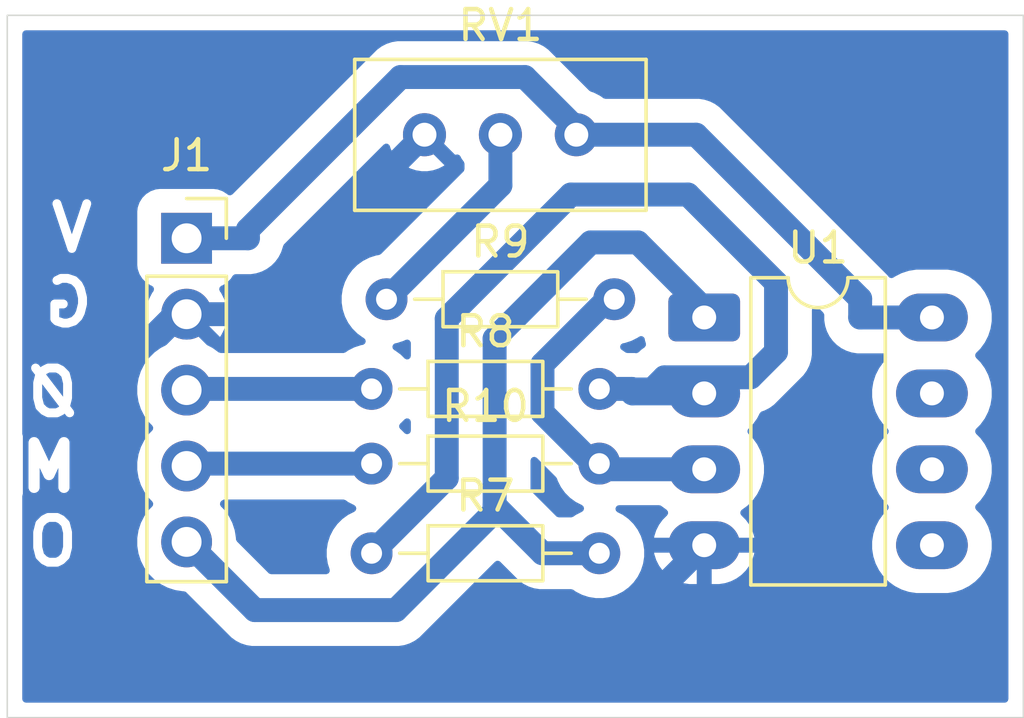
<source format=kicad_pcb>
(kicad_pcb (version 20241229) (generator "pcbnew") (generator_version "9.0")
  (layers (0 "F.Cu" signal) (2 "B.Cu" signal) (13 "F.Paste" user) (15 "B.Paste" user) (5 "F.SilkS" user "F.Silkscreen") (7 "B.SilkS" user "B.Silkscreen") (1 "F.Mask" user) (3 "B.Mask" user) (25 "Edge.Cuts" user))
  (net 0 "")
  (net 1 "VCC")
  (net 2 "/LM35")
  (net 3 "GND")
  (net 4 "/Vo")
  (net 5 "/sp")
  (net 6 "Net-(U1A--)")
  (net 7 "Net-(U1A-+)")
  (net 8 "Net-(R9-Pad1)")
  (footprint "Resistor_THT:R_Axial_DIN0204_L3.6mm_D1.6mm_P7.62mm_Horizontal" (layer "F.Cu") (at 128.69 88)
    (property "Reference" "R9" (at 3.81 -1.92 0) (layer "F.SilkS"))
    (property "Value" "31k25")
    (fp_line (start 0.94 0) (end 1.89 0) (stroke (width 0.12)) (layer "F.SilkS"))
    (fp_line (start 6.68 0) (end 5.73 0) (stroke (width 0.12)) (layer "F.SilkS"))
    (fp_rect (start 1.89 -0.92) (end 5.73 0.92) (stroke (width 0.12)) (fill no) (layer "F.SilkS"))
    (pad "1" thru_hole circle (at 0 0) (size 1.4 1.4) (drill 0.7) (layers "*.Cu" "*.Mask") (net 8 "Net-(R9-Pad1)"))
    (pad "2" thru_hole circle (at 7.62 0) (size 1.4 1.4) (drill 0.7) (layers "*.Cu" "*.Mask") (net 7 "Net-(U1A-+)"))
  )
  (footprint "Connector_PinSocket_2.54mm:PinSocket_1x05_P2.54mm_Vertical" (layer "F.Cu") (at 122 85.96)
    (property "Reference" "J1" (at 0 -2.77 0) (layer "F.SilkS"))
    (property "Value" "Conn_01x05_Pin")
    (fp_line (start -1.33 1.27) (end -1.33 11.49) (stroke (width 0.12)) (layer "F.SilkS"))
    (fp_line (start -1.33 1.27) (end 1.33 1.27) (stroke (width 0.12)) (layer "F.SilkS"))
    (fp_line (start -1.33 11.49) (end 1.33 11.49) (stroke (width 0.12)) (layer "F.SilkS"))
    (fp_line (start 0 -1.33) (end 1.33 -1.33) (stroke (width 0.12)) (layer "F.SilkS"))
    (fp_line (start 1.33 -1.33) (end 1.33 0) (stroke (width 0.12)) (layer "F.SilkS"))
    (fp_line (start 1.33 1.27) (end 1.33 11.49) (stroke (width 0.12)) (layer "F.SilkS"))
    (pad "1" thru_hole rect (at 0 0) (size 1.7 1.7) (drill 1) (layers "*.Cu" "*.Mask") (net 1 "VCC"))
    (pad "2" thru_hole circle (at 0 2.54) (size 1.7 1.7) (drill 1) (layers "*.Cu" "*.Mask") (net 3 "GND"))
    (pad "3" thru_hole circle (at 0 5.08) (size 1.7 1.7) (drill 1) (layers "*.Cu" "*.Mask") (net 5 "/sp"))
    (pad "4" thru_hole circle (at 0 7.62) (size 1.7 1.7) (drill 1) (layers "*.Cu" "*.Mask") (net 2 "/LM35"))
    (pad "5" thru_hole circle (at 0 10.16) (size 1.7 1.7) (drill 1) (layers "*.Cu" "*.Mask") (net 4 "/Vo"))
  )
  (footprint "Resistor_THT:R_Axial_DIN0204_L3.6mm_D1.6mm_P7.62mm_Horizontal" (layer "F.Cu") (at 128.19 91)
    (property "Reference" "R8" (at 3.81 -1.92 0) (layer "F.SilkS"))
    (property "Value" "1k")
    (fp_line (start 0.94 0) (end 1.89 0) (stroke (width 0.12)) (layer "F.SilkS"))
    (fp_line (start 6.68 0) (end 5.73 0) (stroke (width 0.12)) (layer "F.SilkS"))
    (fp_rect (start 1.89 -0.92) (end 5.73 0.92) (stroke (width 0.12)) (fill no) (layer "F.SilkS"))
    (pad "1" thru_hole circle (at 0 0) (size 1.4 1.4) (drill 0.7) (layers "*.Cu" "*.Mask") (net 5 "/sp"))
    (pad "2" thru_hole circle (at 7.62 0) (size 1.4 1.4) (drill 0.7) (layers "*.Cu" "*.Mask") (net 6 "Net-(U1A--)"))
  )
  (footprint "Resistor_THT:R_Axial_DIN0204_L3.6mm_D1.6mm_P7.62mm_Horizontal" (layer "F.Cu") (at 128.19 93.5)
    (property "Reference" "R10" (at 3.81 -1.92 0) (layer "F.SilkS"))
    (property "Value" "1k")
    (fp_line (start 0.94 0) (end 1.89 0) (stroke (width 0.12)) (layer "F.SilkS"))
    (fp_line (start 6.68 0) (end 5.73 0) (stroke (width 0.12)) (layer "F.SilkS"))
    (fp_rect (start 1.89 -0.92) (end 5.73 0.92) (stroke (width 0.12)) (fill no) (layer "F.SilkS"))
    (pad "1" thru_hole circle (at 0 0) (size 1.4 1.4) (drill 0.7) (layers "*.Cu" "*.Mask") (net 2 "/LM35"))
    (pad "2" thru_hole circle (at 7.62 0) (size 1.4 1.4) (drill 0.7) (layers "*.Cu" "*.Mask") (net 7 "Net-(U1A-+)"))
  )
  (footprint "Package_DIP:DIP-8_W7.62mm_LongPads" (layer "F.Cu") (at 139.32 88.61)
    (property "Reference" "U1" (at 3.81 -2.33 0) (layer "F.SilkS"))
    (property "Value" "MCP6002-xP")
    (fp_line (start 1.56 -1.33) (end 1.56 8.95) (stroke (width 0.12)) (layer "F.SilkS"))
    (fp_line (start 1.56 8.95) (end 6.06 8.95) (stroke (width 0.12)) (layer "F.SilkS"))
    (fp_line (start 2.81 -1.33) (end 1.56 -1.33) (stroke (width 0.12)) (layer "F.SilkS"))
    (fp_line (start 6.06 -1.33) (end 4.81 -1.33) (stroke (width 0.12)) (layer "F.SilkS"))
    (fp_line (start 6.06 8.95) (end 6.06 -1.33) (stroke (width 0.12)) (layer "F.SilkS"))
    (fp_arc (start 4.81 -1.33) (mid 3.81 -0.33) (end 2.81 -1.33) (stroke (width 0.12)) (layer "F.SilkS"))
    (pad "1" thru_hole roundrect (at 0 0) (size 2.4 1.6) (drill 0.8) (layers "*.Cu" "*.Mask") (roundrect_rratio 0.15625) (net 4 "/Vo"))
    (pad "2" thru_hole oval (at 0 2.54) (size 2.4 1.6) (drill 0.8) (layers "*.Cu" "*.Mask") (net 6 "Net-(U1A--)"))
    (pad "3" thru_hole oval (at 0 5.08) (size 2.4 1.6) (drill 0.8) (layers "*.Cu" "*.Mask") (net 7 "Net-(U1A-+)"))
    (pad "4" thru_hole oval (at 0 7.62) (size 2.4 1.6) (drill 0.8) (layers "*.Cu" "*.Mask") (net 3 "GND"))
    (pad "5" thru_hole oval (at 7.62 7.62) (size 2.4 1.6) (drill 0.8) (layers "*.Cu" "*.Mask"))
    (pad "6" thru_hole oval (at 7.62 5.08) (size 2.4 1.6) (drill 0.8) (layers "*.Cu" "*.Mask"))
    (pad "7" thru_hole oval (at 7.62 2.54) (size 2.4 1.6) (drill 0.8) (layers "*.Cu" "*.Mask"))
    (pad "8" thru_hole oval (at 7.62 0) (size 2.4 1.6) (drill 0.8) (layers "*.Cu" "*.Mask") (net 1 "VCC"))
  )
  (footprint "Resistor_THT:R_Axial_DIN0204_L3.6mm_D1.6mm_P7.62mm_Horizontal" (layer "F.Cu") (at 128.19 96.5)
    (property "Reference" "R7" (at 3.81 -1.92 0) (layer "F.SilkS"))
    (property "Value" "31k25")
    (fp_line (start 0.94 0) (end 1.89 0) (stroke (width 0.12)) (layer "F.SilkS"))
    (fp_line (start 6.68 0) (end 5.73 0) (stroke (width 0.12)) (layer "F.SilkS"))
    (fp_rect (start 1.89 -0.92) (end 5.73 0.92) (stroke (width 0.12)) (fill no) (layer "F.SilkS"))
    (pad "1" thru_hole circle (at 0 0) (size 1.4 1.4) (drill 0.7) (layers "*.Cu" "*.Mask") (net 6 "Net-(U1A--)"))
    (pad "2" thru_hole circle (at 7.62 0) (size 1.4 1.4) (drill 0.7) (layers "*.Cu" "*.Mask") (net 4 "/Vo"))
  )
  (footprint "Potentiometer_THT:Potentiometer_Bourns_3296W_Vertical" (layer "F.Cu") (at 135.04 82.495)
    (property "Reference" "RV1" (at -2.54 -3.66 0) (layer "F.SilkS"))
    (property "Value" "R_Potentiometer")
    (fp_line (start -7.415 -2.52) (end 2.335 -2.52) (stroke (width 0.12)) (layer "F.SilkS"))
    (fp_line (start -7.415 2.53) (end -7.415 -2.52) (stroke (width 0.12)) (layer "F.SilkS"))
    (fp_line (start 2.335 -2.52) (end 2.335 2.53) (stroke (width 0.12)) (layer "F.SilkS"))
    (fp_line (start 2.335 2.53) (end -7.415 2.53) (stroke (width 0.12)) (layer "F.SilkS"))
    (pad "1" thru_hole circle (at 0 0) (size 1.44 1.44) (drill 0.8) (layers "*.Cu" "*.Mask") (net 1 "VCC"))
    (pad "2" thru_hole circle (at -2.54 0) (size 1.44 1.44) (drill 0.8) (layers "*.Cu" "*.Mask") (net 8 "Net-(R9-Pad1)"))
    (pad "3" thru_hole circle (at -5.08 0) (size 1.44 1.44) (drill 0.8) (layers "*.Cu" "*.Mask") (net 3 "GND"))
  )
  (gr_rect (start 116 78.5) (end 150 102) (stroke (width 0.05)) (fill no) (layer "Edge.Cuts"))
  (gr_text "M" (at 118.5 94.5 0) (layer "B.Cu" knockout) (effects (font (size 1.5 1.5) (thickness 0.375) (bold yes)) (justify left bottom mirror)))
  (gr_text "Ø" (at 118.5 92 0) (layer "B.Cu" knockout) (effects (font (size 1.5 1.5) (thickness 0.3) (bold yes)) (justify left bottom mirror)))
  (gr_text "G" (at 119 89 0) (layer "B.Cu" knockout) (effects (font (size 1.5 1.5) (thickness 0.3) (bold yes)) (justify left bottom mirror)))
  (gr_text "O" (at 118.5 97 0) (layer "B.Cu" knockout) (effects (font (size 1.5 1.5) (thickness 0.3) (bold yes)) (justify left bottom mirror)))
  (gr_text "V" (at 119 86.5 0) (layer "B.Cu" knockout) (effects (font (size 1.5 1.5) (thickness 0.3) (bold yes)) (justify left bottom mirror)))
  (segment (start 135.04 82.495) (end 135.04 82.286) (width 0.8) (layer "B.Cu") (net 1))
  (segment (start 144.5383 88.61) (end 144.5383 87.983) (width 0.8) (layer "B.Cu") (net 1))
  (segment (start 144.5383 87.983) (end 139.0503 82.495) (width 0.8) (layer "B.Cu") (net 1))
  (segment (start 124.0517 85.6715) (end 124.0517 85.96) (width 0.8) (layer "B.Cu") (net 1))
  (segment (start 133.3194 80.5654) (end 129.1578 80.5654) (width 0.8) (layer "B.Cu") (net 1))
  (segment (start 129.1578 80.5654) (end 124.0517 85.6715) (width 0.8) (layer "B.Cu") (net 1))
  (segment (start 122 85.96) (end 124.0517 85.96) (width 0.8) (layer "B.Cu") (net 1))
  (segment (start 146.94 88.61) (end 144.5383 88.61) (width 0.8) (layer "B.Cu") (net 1))
  (segment (start 139.0503 82.495) (end 135.04 82.495) (width 0.8) (layer "B.Cu") (net 1))
  (segment (start 135.04 82.286) (end 133.3194 80.5654) (width 0.8) (layer "B.Cu") (net 1))
  (segment (start 122.08 93.5) (end 122 93.58) (width 0.8) (layer "B.Cu") (net 2))
  (segment (start 128.19 93.5) (end 122.08 93.5) (width 0.8) (layer "B.Cu") (net 2))
  (segment (start 135.5146 100.0354) (end 139.32 96.23) (width 0.8) (layer "B.Cu") (net 3))
  (segment (start 119.9237 90.1978) (end 119.9237 96.9792) (width 0.8) (layer "B.Cu") (net 3))
  (segment (start 123.955 88.5) (end 122 88.5) (width 0.8) (layer "B.Cu") (net 3))
  (segment (start 129.96 82.495) (end 123.955 88.5) (width 0.8) (layer "B.Cu") (net 3))
  (segment (start 121.6215 88.5) (end 119.9237 90.1978) (width 0.8) (layer "B.Cu") (net 3))
  (segment (start 119.9237 96.9792) (end 122.9799 100.0354) (width 0.8) (layer "B.Cu") (net 3))
  (segment (start 122 88.5) (end 121.6215 88.5) (width 0.8) (layer "B.Cu") (net 3))
  (segment (start 122.9799 100.0354) (end 135.5146 100.0354) (width 0.8) (layer "B.Cu") (net 3))
  (segment (start 132.3066 94.8983) (end 132.4067 94.9984) (width 0.8) (layer "B.Cu") (net 4))
  (segment (start 137.0977 86.0983) (end 135.5224 86.0983) (width 0.8) (layer "B.Cu") (net 4))
  (segment (start 135.5224 86.0983) (end 132.3066 89.3141) (width 0.8) (layer "B.Cu") (net 4))
  (segment (start 139.32 88.61) (end 139.3199 88.61) (width 0.8) (layer "B.Cu") (net 4))
  (segment (start 122 96.12) (end 124.2817 98.4017) (width 0.8) (layer "B.Cu") (net 4))
  (segment (start 139.3199 88.61) (end 139.3199 88.3205) (width 0.8) (layer "B.Cu") (net 4))
  (segment (start 139.3199 88.3205) (end 137.0977 86.0983) (width 0.8) (layer "B.Cu") (net 4))
  (segment (start 132.3066 89.3141) (end 132.3066 94.8983) (width 0.8) (layer "B.Cu") (net 4))
  (segment (start 132.4067 94.9984) (end 133.9083 96.5) (width 0.8) (layer "B.Cu") (net 4))
  (segment (start 135.81 96.5) (end 133.9083 96.5) (width 0.8) (layer "B.Cu") (net 4))
  (segment (start 129.0034 98.4017) (end 132.4067 94.9984) (width 0.8) (layer "B.Cu") (net 4))
  (segment (start 124.2817 98.4017) (end 129.0034 98.4017) (width 0.8) (layer "B.Cu") (net 4))
  (segment (start 122.04 91) (end 122 91.04) (width 0.8) (layer "B.Cu") (net 5))
  (segment (start 128.19 91) (end 122.04 91) (width 0.8) (layer "B.Cu") (net 5))
  (segment (start 137.9879 90.6127) (end 140.8716 90.6127) (width 0.8) (layer "B.Cu") (net 6))
  (segment (start 135.81 91) (end 136.8986 91) (width 0.8) (layer "B.Cu") (net 6))
  (segment (start 136.8986 91) (end 136.9183 91.0197) (width 0.8) (layer "B.Cu") (net 6))
  (segment (start 136.9183 91.0197) (end 136.9183 91.15) (width 0.8) (layer "B.Cu") (net 6))
  (segment (start 130.7049 88.6506) (end 130.7049 93.9851) (width 0.8) (layer "B.Cu") (net 6))
  (segment (start 134.8589 84.4966) (end 130.7049 88.6506) (width 0.8) (layer "B.Cu") (net 6))
  (segment (start 139.2603 91.15) (end 136.9183 91.15) (width 0.8) (layer "B.Cu") (net 6))
  (segment (start 141.7227 89.7616) (end 141.7227 87.4427) (width 0.8) (layer "B.Cu") (net 6))
  (segment (start 141.7227 87.4427) (end 138.7766 84.4966) (width 0.8) (layer "B.Cu") (net 6))
  (segment (start 136.9183 91.0197) (end 137.5809 91.0197) (width 0.8) (layer "B.Cu") (net 6))
  (segment (start 140.8716 90.6127) (end 141.7227 89.7616) (width 0.8) (layer "B.Cu") (net 6))
  (segment (start 139.2603 91.15) (end 139.32 91.15) (width 0.8) (layer "B.Cu") (net 6))
  (segment (start 130.7049 93.9851) (end 128.19 96.5) (width 0.8) (layer "B.Cu") (net 6))
  (segment (start 138.7766 84.4966) (end 134.8589 84.4966) (width 0.8) (layer "B.Cu") (net 6))
  (segment (start 137.5809 91.0197) (end 137.9879 90.6127) (width 0.8) (layer "B.Cu") (net 6))
  (segment (start 133.9083 91.8001) (end 135.6082 93.5) (width 0.8) (layer "B.Cu") (net 7))
  (segment (start 136.0786 88) (end 133.9083 90.1703) (width 0.8) (layer "B.Cu") (net 7))
  (segment (start 136 93.69) (end 139.32 93.69) (width 0.8) (layer "B.Cu") (net 7))
  (segment (start 135.81 93.5) (end 136 93.69) (width 0.8) (layer "B.Cu") (net 7))
  (segment (start 133.9083 90.1703) (end 133.9083 91.8001) (width 0.8) (layer "B.Cu") (net 7))
  (segment (start 136.31 88) (end 136.0786 88) (width 0.8) (layer "B.Cu") (net 7))
  (segment (start 135.6082 93.5) (end 135.81 93.5) (width 0.8) (layer "B.Cu") (net 7))
  (segment (start 132.5 84.19) (end 128.69 88) (width 0.8) (layer "B.Cu") (net 8))
  (segment (start 132.5 82.495) (end 132.5 84.19) (width 0.8) (layer "B.Cu") (net 8))
  (zone (net 3) (net_name "GND") (layer "B.Cu") (connect_pads (clearance 0.5)) (min_thickness 0.25) (fill yes (thermal_gap 0.5) (thermal_bridge_width 0.5) (island_removal_mode 1) (island_area_min 10))
    (polygon (pts (xy 116 102) (xy 116 78.5) (xy 150 78.5) (xy 150 102)))
  )
)
</source>
